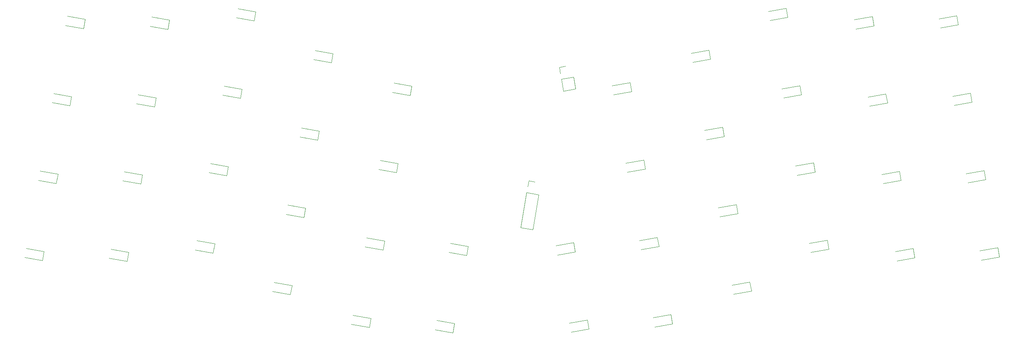
<source format=gbr>
%TF.GenerationSoftware,KiCad,Pcbnew,(5.1.10)-1*%
%TF.CreationDate,2021-11-02T21:32:16-06:00*%
%TF.ProjectId,VColChoc44,56436f6c-4368-46f6-9334-342e6b696361,rev?*%
%TF.SameCoordinates,Original*%
%TF.FileFunction,Legend,Top*%
%TF.FilePolarity,Positive*%
%FSLAX46Y46*%
G04 Gerber Fmt 4.6, Leading zero omitted, Abs format (unit mm)*
G04 Created by KiCad (PCBNEW (5.1.10)-1) date 2021-11-02 21:32:16*
%MOMM*%
%LPD*%
G01*
G04 APERTURE LIST*
%ADD10C,0.120000*%
G04 APERTURE END LIST*
D10*
%TO.C,U44*%
X255184799Y-115476570D02*
X251344049Y-116153798D01*
X255532096Y-117446185D02*
X251691345Y-118123413D01*
X255184799Y-115476570D02*
X255532096Y-117446185D01*
%TO.C,U32*%
X233985799Y-98905570D02*
X230145049Y-99582798D01*
X234333096Y-100875185D02*
X230492345Y-101552413D01*
X233985799Y-98905570D02*
X234333096Y-100875185D01*
%TO.C,U43*%
X236937799Y-115647570D02*
X233097049Y-116324798D01*
X237285096Y-117617185D02*
X233444345Y-118294413D01*
X236937799Y-115647570D02*
X237285096Y-117617185D01*
%TO.C,U42*%
X218342799Y-113849570D02*
X214502049Y-114526798D01*
X218690096Y-115819185D02*
X214849345Y-116496413D01*
X218342799Y-113849570D02*
X218690096Y-115819185D01*
%TO.C,U41*%
X201657799Y-122883570D02*
X197817049Y-123560798D01*
X202005096Y-124853185D02*
X198164345Y-125530413D01*
X201657799Y-122883570D02*
X202005096Y-124853185D01*
%TO.C,U40*%
X184625799Y-129948570D02*
X180785049Y-130625798D01*
X184973096Y-131918185D02*
X181132345Y-132595413D01*
X184625799Y-129948570D02*
X184973096Y-131918185D01*
%TO.C,U39*%
X166551799Y-131104570D02*
X162711049Y-131781798D01*
X166899096Y-133074185D02*
X163058345Y-133751413D01*
X166551799Y-131104570D02*
X166899096Y-133074185D01*
%TO.C,U33*%
X252232799Y-98734570D02*
X248392049Y-99411798D01*
X252580096Y-100704185D02*
X248739345Y-101381413D01*
X252232799Y-98734570D02*
X252580096Y-100704185D01*
%TO.C,U31*%
X215390799Y-97107570D02*
X211550049Y-97784798D01*
X215738096Y-99077185D02*
X211897345Y-99754413D01*
X215390799Y-97107570D02*
X215738096Y-99077185D01*
%TO.C,U30*%
X198705799Y-106141570D02*
X194865049Y-106818798D01*
X199053096Y-108111185D02*
X195212345Y-108788413D01*
X198705799Y-106141570D02*
X199053096Y-108111185D01*
%TO.C,U29*%
X181673799Y-113206570D02*
X177833049Y-113883798D01*
X182021096Y-115176185D02*
X178180345Y-115853413D01*
X181673799Y-113206570D02*
X182021096Y-115176185D01*
%TO.C,U28*%
X163599799Y-114362570D02*
X159759049Y-115039798D01*
X163947096Y-116332185D02*
X160106345Y-117009413D01*
X163599799Y-114362570D02*
X163947096Y-116332185D01*
%TO.C,U38*%
X119805836Y-130729987D02*
X115965085Y-130052759D01*
X119458539Y-132699602D02*
X115617789Y-132022374D01*
X119805836Y-130729987D02*
X119458539Y-132699602D01*
%TO.C,U37*%
X102773636Y-123664987D02*
X98932885Y-122987759D01*
X102426339Y-125634602D02*
X98585589Y-124957374D01*
X102773636Y-123664987D02*
X102426339Y-125634602D01*
%TO.C,U36*%
X86089036Y-114630987D02*
X82248285Y-113953759D01*
X85741739Y-116600602D02*
X81900989Y-115923374D01*
X86089036Y-114630987D02*
X85741739Y-116600602D01*
%TO.C,U35*%
X67494236Y-116428987D02*
X63653485Y-115751759D01*
X67146939Y-118398602D02*
X63306189Y-117721374D01*
X67494236Y-116428987D02*
X67146939Y-118398602D01*
%TO.C,U34*%
X49246736Y-116257987D02*
X45405985Y-115580759D01*
X48899439Y-118227602D02*
X45058689Y-117550374D01*
X49246736Y-116257987D02*
X48899439Y-118227602D01*
%TO.C,U27*%
X122757836Y-113987987D02*
X118917085Y-113310759D01*
X122410539Y-115957602D02*
X118569789Y-115280374D01*
X122757836Y-113987987D02*
X122410539Y-115957602D01*
%TO.C,U26*%
X105725836Y-106922987D02*
X101885085Y-106245759D01*
X105378539Y-108892602D02*
X101537789Y-108215374D01*
X105725836Y-106922987D02*
X105378539Y-108892602D01*
%TO.C,U25*%
X89041036Y-97888987D02*
X85200285Y-97211759D01*
X88693739Y-99858602D02*
X84852989Y-99181374D01*
X89041036Y-97888987D02*
X88693739Y-99858602D01*
%TO.C,U24*%
X70446236Y-99686987D02*
X66605485Y-99009759D01*
X70098939Y-101656602D02*
X66258189Y-100979374D01*
X70446236Y-99686987D02*
X70098939Y-101656602D01*
%TO.C,U23*%
X52222671Y-99547462D02*
X48381920Y-98870234D01*
X51875374Y-101517077D02*
X48034624Y-100839849D01*
X52222671Y-99547462D02*
X51875374Y-101517077D01*
%TO.C,U22*%
X249280799Y-81992970D02*
X245440049Y-82670198D01*
X249628096Y-83962585D02*
X245787345Y-84639813D01*
X249280799Y-81992970D02*
X249628096Y-83962585D01*
%TO.C,U21*%
X231033799Y-82164170D02*
X227193049Y-82841398D01*
X231381096Y-84133785D02*
X227540345Y-84811013D01*
X231033799Y-82164170D02*
X231381096Y-84133785D01*
%TO.C,U20*%
X212438799Y-80365870D02*
X208598049Y-81043098D01*
X212786096Y-82335485D02*
X208945345Y-83012713D01*
X212438799Y-80365870D02*
X212786096Y-82335485D01*
%TO.C,U19*%
X195753799Y-89400370D02*
X191913049Y-90077598D01*
X196101096Y-91369985D02*
X192260345Y-92047213D01*
X195753799Y-89400370D02*
X196101096Y-91369985D01*
%TO.C,U18*%
X178721799Y-96465570D02*
X174881049Y-97142798D01*
X179069096Y-98435185D02*
X175228345Y-99112413D01*
X178721799Y-96465570D02*
X179069096Y-98435185D01*
%TO.C,U17*%
X137879836Y-131885987D02*
X134039085Y-131208759D01*
X137532539Y-133855602D02*
X133691789Y-133178374D01*
X137879836Y-131885987D02*
X137532539Y-133855602D01*
%TO.C,U16*%
X125709836Y-97246987D02*
X121869085Y-96569759D01*
X125362539Y-99216602D02*
X121521789Y-98539374D01*
X125709836Y-97246987D02*
X125362539Y-99216602D01*
%TO.C,U15*%
X108677836Y-90181787D02*
X104837085Y-89504559D01*
X108330539Y-92151402D02*
X104489789Y-91474174D01*
X108677836Y-90181787D02*
X108330539Y-92151402D01*
%TO.C,U14*%
X92013879Y-81168477D02*
X88173128Y-80491249D01*
X91666582Y-83138092D02*
X87825832Y-82460864D01*
X92013879Y-81168477D02*
X91666582Y-83138092D01*
%TO.C,U13*%
X73408373Y-82979786D02*
X69567622Y-82302558D01*
X73061076Y-84949401D02*
X69220326Y-84272173D01*
X73408373Y-82979786D02*
X73061076Y-84949401D01*
%TO.C,U11*%
X246328799Y-65251170D02*
X242488049Y-65928398D01*
X246676096Y-67220785D02*
X242835345Y-67898013D01*
X246328799Y-65251170D02*
X246676096Y-67220785D01*
%TO.C,U10*%
X228081799Y-65422470D02*
X224241049Y-66099698D01*
X228429096Y-67392085D02*
X224588345Y-68069313D01*
X228081799Y-65422470D02*
X228429096Y-67392085D01*
%TO.C,U9*%
X209486799Y-63624070D02*
X205646049Y-64301298D01*
X209834096Y-65593685D02*
X205993345Y-66270913D01*
X209486799Y-63624070D02*
X209834096Y-65593685D01*
%TO.C,U8*%
X192801799Y-72658570D02*
X188961049Y-73335798D01*
X193149096Y-74628185D02*
X189308345Y-75305413D01*
X192801799Y-72658570D02*
X193149096Y-74628185D01*
%TO.C,U7*%
X175769799Y-79723470D02*
X171929049Y-80400698D01*
X176117096Y-81693085D02*
X172276345Y-82370313D01*
X175769799Y-79723470D02*
X176117096Y-81693085D01*
%TO.C,U6*%
X140831836Y-115143987D02*
X136991085Y-114466759D01*
X140484539Y-117113602D02*
X136643789Y-116436374D01*
X140831836Y-115143987D02*
X140484539Y-117113602D01*
%TO.C,U5*%
X128661836Y-80504887D02*
X124821085Y-79827659D01*
X128314539Y-82474502D02*
X124473789Y-81797274D01*
X128661836Y-80504887D02*
X128314539Y-82474502D01*
%TO.C,U4*%
X111629836Y-73439987D02*
X107789085Y-72762759D01*
X111282539Y-75409602D02*
X107441789Y-74732374D01*
X111629836Y-73439987D02*
X111282539Y-75409602D01*
%TO.C,U3*%
X94945036Y-64405487D02*
X91104285Y-63728259D01*
X94597739Y-66375102D02*
X90756989Y-65697874D01*
X94945036Y-64405487D02*
X94597739Y-66375102D01*
%TO.C,U2*%
X76350236Y-66203887D02*
X72509485Y-65526659D01*
X76002939Y-68173502D02*
X72162189Y-67496274D01*
X76350236Y-66203887D02*
X76002939Y-68173502D01*
%TO.C,U12*%
X55150736Y-82774387D02*
X51309985Y-82097159D01*
X54803439Y-84744002D02*
X50962689Y-84066774D01*
X55150736Y-82774387D02*
X54803439Y-84744002D01*
%TO.C,U1*%
X58102836Y-66032587D02*
X54262085Y-65355359D01*
X57755539Y-68002202D02*
X53914789Y-67324974D01*
X58102836Y-66032587D02*
X57755539Y-68002202D01*
%TO.C,J3*%
X153921158Y-100959254D02*
X155230952Y-101190206D01*
X153690206Y-102269048D02*
X153921158Y-100959254D01*
X153469673Y-103519754D02*
X156089261Y-103981658D01*
X156089261Y-103981658D02*
X154755643Y-111544981D01*
X153469673Y-103519754D02*
X152136054Y-111083077D01*
X152136054Y-111083077D02*
X154755643Y-111544981D01*
%TO.C,J1*%
X160518187Y-76419746D02*
X161827981Y-76188794D01*
X160749139Y-77729540D02*
X160518187Y-76419746D01*
X160969672Y-78980246D02*
X163589260Y-78518342D01*
X163589260Y-78518342D02*
X164040746Y-81078842D01*
X160969672Y-78980246D02*
X161421157Y-81540746D01*
X161421157Y-81540746D02*
X164040746Y-81078842D01*
%TD*%
M02*

</source>
